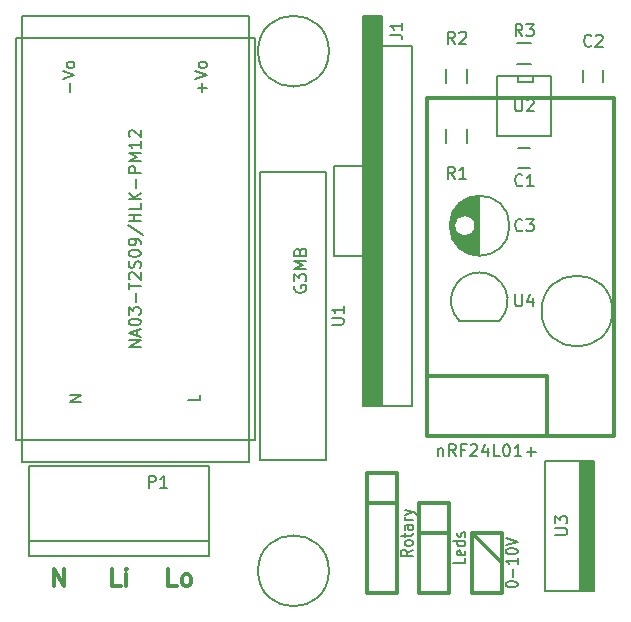
<source format=gto>
G04 #@! TF.FileFunction,Legend,Top*
%FSLAX46Y46*%
G04 Gerber Fmt 4.6, Leading zero omitted, Abs format (unit mm)*
G04 Created by KiCad (PCBNEW 4.0.2-stable) date 8-9-2016 20:36:08*
%MOMM*%
G01*
G04 APERTURE LIST*
%ADD10C,0.100000*%
%ADD11C,0.300000*%
%ADD12C,0.150000*%
%ADD13C,0.304800*%
%ADD14C,0.200000*%
%ADD15C,0.203200*%
G04 APERTURE END LIST*
D10*
D11*
X138120715Y-125803571D02*
X137406429Y-125803571D01*
X137406429Y-124303571D01*
X138835001Y-125803571D02*
X138692143Y-125732143D01*
X138620715Y-125660714D01*
X138549286Y-125517857D01*
X138549286Y-125089286D01*
X138620715Y-124946429D01*
X138692143Y-124875000D01*
X138835001Y-124803571D01*
X139049286Y-124803571D01*
X139192143Y-124875000D01*
X139263572Y-124946429D01*
X139335001Y-125089286D01*
X139335001Y-125517857D01*
X139263572Y-125660714D01*
X139192143Y-125732143D01*
X139049286Y-125803571D01*
X138835001Y-125803571D01*
X133362143Y-125803571D02*
X132647857Y-125803571D01*
X132647857Y-124303571D01*
X133862143Y-125803571D02*
X133862143Y-124803571D01*
X133862143Y-124303571D02*
X133790714Y-124375000D01*
X133862143Y-124446429D01*
X133933571Y-124375000D01*
X133862143Y-124303571D01*
X133862143Y-124446429D01*
X127746429Y-125803571D02*
X127746429Y-124303571D01*
X128603572Y-125803571D01*
X128603572Y-124303571D01*
D12*
X172255000Y-115180000D02*
X172255000Y-126180000D01*
X172355000Y-115180000D02*
X172355000Y-126180000D01*
X172455000Y-115180000D02*
X172455000Y-126180000D01*
X172555000Y-115180000D02*
X172555000Y-126180000D01*
X172655000Y-115180000D02*
X172655000Y-126180000D01*
X172755000Y-115180000D02*
X172755000Y-126180000D01*
X172855000Y-115180000D02*
X172855000Y-126180000D01*
X173355000Y-115180000D02*
X173355000Y-126180000D01*
X173255000Y-115180000D02*
X173255000Y-126180000D01*
X173155000Y-126180000D02*
X173155000Y-115180000D01*
X173055000Y-115180000D02*
X173055000Y-126180000D01*
X172955000Y-115180000D02*
X172955000Y-126180000D01*
X173455000Y-126180000D02*
X173455000Y-115180000D01*
X169255000Y-115180000D02*
X173455000Y-115180000D01*
X169255000Y-115180000D02*
X169255000Y-126180000D01*
X169255000Y-126180000D02*
X173455000Y-126180000D01*
X162035000Y-103330000D02*
X165435000Y-103330000D01*
X162037944Y-103327056D02*
G75*
G02X163735000Y-99230000I1697056J1697056D01*
G01*
X165432056Y-103327056D02*
G75*
G03X163735000Y-99230000I-1697056J1697056D01*
G01*
X175000000Y-102500000D02*
G75*
G03X175000000Y-102500000I-3000000J0D01*
G01*
X151000000Y-124500000D02*
G75*
G03X151000000Y-124500000I-3000000J0D01*
G01*
X151000000Y-80500000D02*
G75*
G03X151000000Y-80500000I-3000000J0D01*
G01*
X168045000Y-88715000D02*
X167045000Y-88715000D01*
X167045000Y-90415000D02*
X168045000Y-90415000D01*
X125635000Y-123220000D02*
X125635000Y-115600000D01*
X140875000Y-123220000D02*
X140875000Y-115600000D01*
X125635000Y-121950000D02*
X140875000Y-121950000D01*
X125635000Y-115600000D02*
X140875000Y-115600000D01*
X125635000Y-123220000D02*
X140875000Y-123220000D01*
D13*
X158655000Y-121315000D02*
X161195000Y-121315000D01*
X161195000Y-118775000D02*
X161195000Y-126395000D01*
X161195000Y-126395000D02*
X158655000Y-126395000D01*
X158655000Y-126395000D02*
X158655000Y-118775000D01*
X158655000Y-118775000D02*
X161195000Y-118775000D01*
X156750000Y-118775000D02*
X154210000Y-118775000D01*
X154210000Y-126395000D02*
X154210000Y-116235000D01*
X156750000Y-116235000D02*
X156750000Y-126395000D01*
X154210000Y-116235000D02*
X156750000Y-116235000D01*
X156750000Y-126395000D02*
X154210000Y-126395000D01*
X163100000Y-121315000D02*
X165640000Y-123855000D01*
X163100000Y-126395000D02*
X163100000Y-121315000D01*
X165640000Y-121315000D02*
X165640000Y-126395000D01*
X163100000Y-121315000D02*
X165640000Y-121315000D01*
X165640000Y-126395000D02*
X163100000Y-126395000D01*
D12*
X160955000Y-88260000D02*
X160955000Y-87060000D01*
X162705000Y-87060000D02*
X162705000Y-88260000D01*
X160955000Y-83180000D02*
X160955000Y-81980000D01*
X162705000Y-81980000D02*
X162705000Y-83180000D01*
X166945000Y-79800000D02*
X168145000Y-79800000D01*
X168145000Y-81550000D02*
X166945000Y-81550000D01*
X169831000Y-82580000D02*
X169831000Y-87660000D01*
X169831000Y-87660000D02*
X165259000Y-87660000D01*
X165259000Y-87660000D02*
X165259000Y-82580000D01*
X165259000Y-82580000D02*
X169831000Y-82580000D01*
X168307000Y-82580000D02*
X168307000Y-83088000D01*
X168307000Y-83088000D02*
X167037000Y-83088000D01*
X167037000Y-83088000D02*
X167037000Y-82580000D01*
X145193000Y-90708000D02*
X145193000Y-115092000D01*
X145193000Y-115092000D02*
X150781000Y-115092000D01*
X150781000Y-115092000D02*
X150781000Y-90708000D01*
X150781000Y-90708000D02*
X145193000Y-90708000D01*
X172537000Y-82080000D02*
X172537000Y-83080000D01*
X174237000Y-83080000D02*
X174237000Y-82080000D01*
X124500000Y-113400000D02*
X124500000Y-79400000D01*
X124500000Y-79400000D02*
X144700000Y-79400000D01*
X144700000Y-113400000D02*
X144700000Y-79400000D01*
X124500000Y-113400000D02*
X144700000Y-113400000D01*
X125000000Y-115300000D02*
X125000000Y-77500000D01*
X125000000Y-77500000D02*
X144200000Y-77500000D01*
X144200000Y-77500000D02*
X144200000Y-115300000D01*
X144200000Y-115300000D02*
X125000000Y-115300000D01*
X163680000Y-97779000D02*
X163680000Y-92781000D01*
X163540000Y-97771000D02*
X163540000Y-92789000D01*
X163400000Y-97755000D02*
X163400000Y-95375000D01*
X163400000Y-95185000D02*
X163400000Y-92805000D01*
X163260000Y-97731000D02*
X163260000Y-95770000D01*
X163260000Y-94790000D02*
X163260000Y-92829000D01*
X163120000Y-97698000D02*
X163120000Y-95937000D01*
X163120000Y-94623000D02*
X163120000Y-92862000D01*
X162980000Y-97657000D02*
X162980000Y-96044000D01*
X162980000Y-94516000D02*
X162980000Y-92903000D01*
X162840000Y-97607000D02*
X162840000Y-96115000D01*
X162840000Y-94445000D02*
X162840000Y-92953000D01*
X162700000Y-97546000D02*
X162700000Y-96159000D01*
X162700000Y-94401000D02*
X162700000Y-93014000D01*
X162560000Y-97476000D02*
X162560000Y-96178000D01*
X162560000Y-94382000D02*
X162560000Y-93084000D01*
X162420000Y-97394000D02*
X162420000Y-96176000D01*
X162420000Y-94384000D02*
X162420000Y-93166000D01*
X162280000Y-97299000D02*
X162280000Y-96151000D01*
X162280000Y-94409000D02*
X162280000Y-93261000D01*
X162140000Y-97188000D02*
X162140000Y-96103000D01*
X162140000Y-94457000D02*
X162140000Y-93372000D01*
X162000000Y-97060000D02*
X162000000Y-96025000D01*
X162000000Y-94535000D02*
X162000000Y-93500000D01*
X161860000Y-96911000D02*
X161860000Y-95908000D01*
X161860000Y-94652000D02*
X161860000Y-93649000D01*
X161720000Y-96732000D02*
X161720000Y-95720000D01*
X161720000Y-94840000D02*
X161720000Y-93828000D01*
X161580000Y-96513000D02*
X161580000Y-94047000D01*
X161440000Y-96224000D02*
X161440000Y-94336000D01*
X161300000Y-95752000D02*
X161300000Y-94808000D01*
X163405000Y-95280000D02*
G75*
G03X163405000Y-95280000I-900000J0D01*
G01*
X166292500Y-95280000D02*
G75*
G03X166292500Y-95280000I-2537500J0D01*
G01*
D13*
X169450000Y-113060000D02*
X175165000Y-113060000D01*
X175165000Y-113060000D02*
X175165000Y-84485000D01*
X175165000Y-84485000D02*
X159290000Y-84485000D01*
X159290000Y-84485000D02*
X159290000Y-107980000D01*
X159290000Y-107980000D02*
X169450000Y-107980000D01*
X169450000Y-107980000D02*
X169450000Y-113060000D01*
X169450000Y-113060000D02*
X159290000Y-113060000D01*
X159290000Y-113060000D02*
X159290000Y-107980000D01*
D14*
X153900000Y-97820000D02*
X151400000Y-97820000D01*
X151400000Y-97820000D02*
X151400000Y-90200000D01*
X153900000Y-90200000D02*
X151400000Y-90200000D01*
X155350000Y-110520000D02*
X155350000Y-77500000D01*
X155250000Y-110520000D02*
X155250000Y-77500000D01*
X155100000Y-110520000D02*
X155100000Y-77500000D01*
X154950000Y-110520000D02*
X154950000Y-77500000D01*
X154800000Y-110520000D02*
X154800000Y-77500000D01*
X154650000Y-110520000D02*
X154650000Y-77500000D01*
X154500000Y-110520000D02*
X154500000Y-77500000D01*
X154350000Y-110520000D02*
X154350000Y-77500000D01*
X154200000Y-110520000D02*
X154200000Y-77500000D01*
X154050000Y-110520000D02*
X154050000Y-77500000D01*
X153900000Y-110520000D02*
X153900000Y-77500000D01*
X158000000Y-110520000D02*
X153900000Y-110520000D01*
X158000000Y-80040000D02*
X155500000Y-80040000D01*
X155500000Y-77500000D02*
X153900000Y-77500000D01*
X155500000Y-110520000D02*
X155500000Y-77500000D01*
X158000000Y-80040000D02*
X158000000Y-110520000D01*
D12*
X170172381Y-121441905D02*
X170981905Y-121441905D01*
X171077143Y-121394286D01*
X171124762Y-121346667D01*
X171172381Y-121251429D01*
X171172381Y-121060952D01*
X171124762Y-120965714D01*
X171077143Y-120918095D01*
X170981905Y-120870476D01*
X170172381Y-120870476D01*
X170172381Y-120489524D02*
X170172381Y-119870476D01*
X170553333Y-120203810D01*
X170553333Y-120060952D01*
X170600952Y-119965714D01*
X170648571Y-119918095D01*
X170743810Y-119870476D01*
X170981905Y-119870476D01*
X171077143Y-119918095D01*
X171124762Y-119965714D01*
X171172381Y-120060952D01*
X171172381Y-120346667D01*
X171124762Y-120441905D01*
X171077143Y-120489524D01*
X166783095Y-101082381D02*
X166783095Y-101891905D01*
X166830714Y-101987143D01*
X166878333Y-102034762D01*
X166973571Y-102082381D01*
X167164048Y-102082381D01*
X167259286Y-102034762D01*
X167306905Y-101987143D01*
X167354524Y-101891905D01*
X167354524Y-101082381D01*
X168259286Y-101415714D02*
X168259286Y-102082381D01*
X168021190Y-101034762D02*
X167783095Y-101749048D01*
X168402143Y-101749048D01*
X167378334Y-91827143D02*
X167330715Y-91874762D01*
X167187858Y-91922381D01*
X167092620Y-91922381D01*
X166949762Y-91874762D01*
X166854524Y-91779524D01*
X166806905Y-91684286D01*
X166759286Y-91493810D01*
X166759286Y-91350952D01*
X166806905Y-91160476D01*
X166854524Y-91065238D01*
X166949762Y-90970000D01*
X167092620Y-90922381D01*
X167187858Y-90922381D01*
X167330715Y-90970000D01*
X167378334Y-91017619D01*
X168330715Y-91922381D02*
X167759286Y-91922381D01*
X168045000Y-91922381D02*
X168045000Y-90922381D01*
X167949762Y-91065238D01*
X167854524Y-91160476D01*
X167759286Y-91208095D01*
X135761905Y-117452381D02*
X135761905Y-116452381D01*
X136142858Y-116452381D01*
X136238096Y-116500000D01*
X136285715Y-116547619D01*
X136333334Y-116642857D01*
X136333334Y-116785714D01*
X136285715Y-116880952D01*
X136238096Y-116928571D01*
X136142858Y-116976190D01*
X135761905Y-116976190D01*
X137285715Y-117452381D02*
X136714286Y-117452381D01*
X137000000Y-117452381D02*
X137000000Y-116452381D01*
X136904762Y-116595238D01*
X136809524Y-116690476D01*
X136714286Y-116738095D01*
D15*
X162543619Y-123452833D02*
X162543619Y-123876166D01*
X161527619Y-123876166D01*
X162495238Y-122817833D02*
X162543619Y-122902499D01*
X162543619Y-123071833D01*
X162495238Y-123156499D01*
X162398476Y-123198833D01*
X162011429Y-123198833D01*
X161914667Y-123156499D01*
X161866286Y-123071833D01*
X161866286Y-122902499D01*
X161914667Y-122817833D01*
X162011429Y-122775499D01*
X162108190Y-122775499D01*
X162204952Y-123198833D01*
X162543619Y-122013499D02*
X161527619Y-122013499D01*
X162495238Y-122013499D02*
X162543619Y-122098166D01*
X162543619Y-122267499D01*
X162495238Y-122352166D01*
X162446857Y-122394499D01*
X162350095Y-122436833D01*
X162059810Y-122436833D01*
X161963048Y-122394499D01*
X161914667Y-122352166D01*
X161866286Y-122267499D01*
X161866286Y-122098166D01*
X161914667Y-122013499D01*
X162495238Y-121632500D02*
X162543619Y-121547833D01*
X162543619Y-121378500D01*
X162495238Y-121293833D01*
X162398476Y-121251500D01*
X162350095Y-121251500D01*
X162253333Y-121293833D01*
X162204952Y-121378500D01*
X162204952Y-121505500D01*
X162156571Y-121590166D01*
X162059810Y-121632500D01*
X162011429Y-121632500D01*
X161914667Y-121590166D01*
X161866286Y-121505500D01*
X161866286Y-121378500D01*
X161914667Y-121293833D01*
X158098619Y-122711999D02*
X157614810Y-123008333D01*
X158098619Y-123219999D02*
X157082619Y-123219999D01*
X157082619Y-122881333D01*
X157131000Y-122796666D01*
X157179381Y-122754333D01*
X157276143Y-122711999D01*
X157421286Y-122711999D01*
X157518048Y-122754333D01*
X157566429Y-122796666D01*
X157614810Y-122881333D01*
X157614810Y-123219999D01*
X158098619Y-122203999D02*
X158050238Y-122288666D01*
X158001857Y-122330999D01*
X157905095Y-122373333D01*
X157614810Y-122373333D01*
X157518048Y-122330999D01*
X157469667Y-122288666D01*
X157421286Y-122203999D01*
X157421286Y-122076999D01*
X157469667Y-121992333D01*
X157518048Y-121949999D01*
X157614810Y-121907666D01*
X157905095Y-121907666D01*
X158001857Y-121949999D01*
X158050238Y-121992333D01*
X158098619Y-122076999D01*
X158098619Y-122203999D01*
X157421286Y-121653666D02*
X157421286Y-121315000D01*
X157082619Y-121526666D02*
X157953476Y-121526666D01*
X158050238Y-121484333D01*
X158098619Y-121399666D01*
X158098619Y-121315000D01*
X158098619Y-120637666D02*
X157566429Y-120637666D01*
X157469667Y-120680000D01*
X157421286Y-120764666D01*
X157421286Y-120934000D01*
X157469667Y-121018666D01*
X158050238Y-120637666D02*
X158098619Y-120722333D01*
X158098619Y-120934000D01*
X158050238Y-121018666D01*
X157953476Y-121061000D01*
X157856714Y-121061000D01*
X157759952Y-121018666D01*
X157711571Y-120934000D01*
X157711571Y-120722333D01*
X157663190Y-120637666D01*
X158098619Y-120214333D02*
X157421286Y-120214333D01*
X157614810Y-120214333D02*
X157518048Y-120172000D01*
X157469667Y-120129667D01*
X157421286Y-120045000D01*
X157421286Y-119960333D01*
X157421286Y-119748667D02*
X158098619Y-119537000D01*
X157421286Y-119325334D02*
X158098619Y-119537000D01*
X158340524Y-119621667D01*
X158388905Y-119664000D01*
X158437286Y-119748667D01*
X165972619Y-125675334D02*
X165972619Y-125590667D01*
X166021000Y-125506001D01*
X166069381Y-125463667D01*
X166166143Y-125421334D01*
X166359667Y-125379001D01*
X166601571Y-125379001D01*
X166795095Y-125421334D01*
X166891857Y-125463667D01*
X166940238Y-125506001D01*
X166988619Y-125590667D01*
X166988619Y-125675334D01*
X166940238Y-125760001D01*
X166891857Y-125802334D01*
X166795095Y-125844667D01*
X166601571Y-125887001D01*
X166359667Y-125887001D01*
X166166143Y-125844667D01*
X166069381Y-125802334D01*
X166021000Y-125760001D01*
X165972619Y-125675334D01*
X166601571Y-124998000D02*
X166601571Y-124320667D01*
X166988619Y-123431667D02*
X166988619Y-123939667D01*
X166988619Y-123685667D02*
X165972619Y-123685667D01*
X166117762Y-123770333D01*
X166214524Y-123855000D01*
X166262905Y-123939667D01*
X165972619Y-122881333D02*
X165972619Y-122796666D01*
X166021000Y-122712000D01*
X166069381Y-122669666D01*
X166166143Y-122627333D01*
X166359667Y-122585000D01*
X166601571Y-122585000D01*
X166795095Y-122627333D01*
X166891857Y-122669666D01*
X166940238Y-122712000D01*
X166988619Y-122796666D01*
X166988619Y-122881333D01*
X166940238Y-122966000D01*
X166891857Y-123008333D01*
X166795095Y-123050666D01*
X166601571Y-123093000D01*
X166359667Y-123093000D01*
X166166143Y-123050666D01*
X166069381Y-123008333D01*
X166021000Y-122966000D01*
X165972619Y-122881333D01*
X165972619Y-122330999D02*
X166988619Y-122034666D01*
X165972619Y-121738333D01*
D12*
X161663334Y-91287381D02*
X161330000Y-90811190D01*
X161091905Y-91287381D02*
X161091905Y-90287381D01*
X161472858Y-90287381D01*
X161568096Y-90335000D01*
X161615715Y-90382619D01*
X161663334Y-90477857D01*
X161663334Y-90620714D01*
X161615715Y-90715952D01*
X161568096Y-90763571D01*
X161472858Y-90811190D01*
X161091905Y-90811190D01*
X162615715Y-91287381D02*
X162044286Y-91287381D01*
X162330000Y-91287381D02*
X162330000Y-90287381D01*
X162234762Y-90430238D01*
X162139524Y-90525476D01*
X162044286Y-90573095D01*
X161663334Y-79857381D02*
X161330000Y-79381190D01*
X161091905Y-79857381D02*
X161091905Y-78857381D01*
X161472858Y-78857381D01*
X161568096Y-78905000D01*
X161615715Y-78952619D01*
X161663334Y-79047857D01*
X161663334Y-79190714D01*
X161615715Y-79285952D01*
X161568096Y-79333571D01*
X161472858Y-79381190D01*
X161091905Y-79381190D01*
X162044286Y-78952619D02*
X162091905Y-78905000D01*
X162187143Y-78857381D01*
X162425239Y-78857381D01*
X162520477Y-78905000D01*
X162568096Y-78952619D01*
X162615715Y-79047857D01*
X162615715Y-79143095D01*
X162568096Y-79285952D01*
X161996667Y-79857381D01*
X162615715Y-79857381D01*
X167378334Y-79222381D02*
X167045000Y-78746190D01*
X166806905Y-79222381D02*
X166806905Y-78222381D01*
X167187858Y-78222381D01*
X167283096Y-78270000D01*
X167330715Y-78317619D01*
X167378334Y-78412857D01*
X167378334Y-78555714D01*
X167330715Y-78650952D01*
X167283096Y-78698571D01*
X167187858Y-78746190D01*
X166806905Y-78746190D01*
X167711667Y-78222381D02*
X168330715Y-78222381D01*
X167997381Y-78603333D01*
X168140239Y-78603333D01*
X168235477Y-78650952D01*
X168283096Y-78698571D01*
X168330715Y-78793810D01*
X168330715Y-79031905D01*
X168283096Y-79127143D01*
X168235477Y-79174762D01*
X168140239Y-79222381D01*
X167854524Y-79222381D01*
X167759286Y-79174762D01*
X167711667Y-79127143D01*
X166783095Y-84572381D02*
X166783095Y-85381905D01*
X166830714Y-85477143D01*
X166878333Y-85524762D01*
X166973571Y-85572381D01*
X167164048Y-85572381D01*
X167259286Y-85524762D01*
X167306905Y-85477143D01*
X167354524Y-85381905D01*
X167354524Y-84572381D01*
X167783095Y-84667619D02*
X167830714Y-84620000D01*
X167925952Y-84572381D01*
X168164048Y-84572381D01*
X168259286Y-84620000D01*
X168306905Y-84667619D01*
X168354524Y-84762857D01*
X168354524Y-84858095D01*
X168306905Y-85000952D01*
X167735476Y-85572381D01*
X168354524Y-85572381D01*
X151249381Y-103661905D02*
X152058905Y-103661905D01*
X152154143Y-103614286D01*
X152201762Y-103566667D01*
X152249381Y-103471429D01*
X152249381Y-103280952D01*
X152201762Y-103185714D01*
X152154143Y-103138095D01*
X152058905Y-103090476D01*
X151249381Y-103090476D01*
X152249381Y-102090476D02*
X152249381Y-102661905D01*
X152249381Y-102376191D02*
X151249381Y-102376191D01*
X151392238Y-102471429D01*
X151487476Y-102566667D01*
X151535095Y-102661905D01*
X148122000Y-100375714D02*
X148074381Y-100470952D01*
X148074381Y-100613809D01*
X148122000Y-100756667D01*
X148217238Y-100851905D01*
X148312476Y-100899524D01*
X148502952Y-100947143D01*
X148645810Y-100947143D01*
X148836286Y-100899524D01*
X148931524Y-100851905D01*
X149026762Y-100756667D01*
X149074381Y-100613809D01*
X149074381Y-100518571D01*
X149026762Y-100375714D01*
X148979143Y-100328095D01*
X148645810Y-100328095D01*
X148645810Y-100518571D01*
X148074381Y-99994762D02*
X148074381Y-99375714D01*
X148455333Y-99709048D01*
X148455333Y-99566190D01*
X148502952Y-99470952D01*
X148550571Y-99423333D01*
X148645810Y-99375714D01*
X148883905Y-99375714D01*
X148979143Y-99423333D01*
X149026762Y-99470952D01*
X149074381Y-99566190D01*
X149074381Y-99851905D01*
X149026762Y-99947143D01*
X148979143Y-99994762D01*
X149074381Y-98947143D02*
X148074381Y-98947143D01*
X148788667Y-98613809D01*
X148074381Y-98280476D01*
X149074381Y-98280476D01*
X148550571Y-97470952D02*
X148598190Y-97328095D01*
X148645810Y-97280476D01*
X148741048Y-97232857D01*
X148883905Y-97232857D01*
X148979143Y-97280476D01*
X149026762Y-97328095D01*
X149074381Y-97423333D01*
X149074381Y-97804286D01*
X148074381Y-97804286D01*
X148074381Y-97470952D01*
X148122000Y-97375714D01*
X148169619Y-97328095D01*
X148264857Y-97280476D01*
X148360095Y-97280476D01*
X148455333Y-97328095D01*
X148502952Y-97375714D01*
X148550571Y-97470952D01*
X148550571Y-97804286D01*
X173220334Y-80016143D02*
X173172715Y-80063762D01*
X173029858Y-80111381D01*
X172934620Y-80111381D01*
X172791762Y-80063762D01*
X172696524Y-79968524D01*
X172648905Y-79873286D01*
X172601286Y-79682810D01*
X172601286Y-79539952D01*
X172648905Y-79349476D01*
X172696524Y-79254238D01*
X172791762Y-79159000D01*
X172934620Y-79111381D01*
X173029858Y-79111381D01*
X173172715Y-79159000D01*
X173220334Y-79206619D01*
X173601286Y-79206619D02*
X173648905Y-79159000D01*
X173744143Y-79111381D01*
X173982239Y-79111381D01*
X174077477Y-79159000D01*
X174125096Y-79206619D01*
X174172715Y-79301857D01*
X174172715Y-79397095D01*
X174125096Y-79539952D01*
X173553667Y-80111381D01*
X174172715Y-80111381D01*
X135052381Y-105566667D02*
X134052381Y-105566667D01*
X135052381Y-104995238D01*
X134052381Y-104995238D01*
X134766667Y-104566667D02*
X134766667Y-104090476D01*
X135052381Y-104661905D02*
X134052381Y-104328572D01*
X135052381Y-103995238D01*
X134052381Y-103471429D02*
X134052381Y-103376190D01*
X134100000Y-103280952D01*
X134147619Y-103233333D01*
X134242857Y-103185714D01*
X134433333Y-103138095D01*
X134671429Y-103138095D01*
X134861905Y-103185714D01*
X134957143Y-103233333D01*
X135004762Y-103280952D01*
X135052381Y-103376190D01*
X135052381Y-103471429D01*
X135004762Y-103566667D01*
X134957143Y-103614286D01*
X134861905Y-103661905D01*
X134671429Y-103709524D01*
X134433333Y-103709524D01*
X134242857Y-103661905D01*
X134147619Y-103614286D01*
X134100000Y-103566667D01*
X134052381Y-103471429D01*
X134052381Y-102804762D02*
X134052381Y-102185714D01*
X134433333Y-102519048D01*
X134433333Y-102376190D01*
X134480952Y-102280952D01*
X134528571Y-102233333D01*
X134623810Y-102185714D01*
X134861905Y-102185714D01*
X134957143Y-102233333D01*
X135004762Y-102280952D01*
X135052381Y-102376190D01*
X135052381Y-102661905D01*
X135004762Y-102757143D01*
X134957143Y-102804762D01*
X134671429Y-101757143D02*
X134671429Y-100995238D01*
X134052381Y-100661905D02*
X134052381Y-100090476D01*
X135052381Y-100376191D02*
X134052381Y-100376191D01*
X134147619Y-99804762D02*
X134100000Y-99757143D01*
X134052381Y-99661905D01*
X134052381Y-99423809D01*
X134100000Y-99328571D01*
X134147619Y-99280952D01*
X134242857Y-99233333D01*
X134338095Y-99233333D01*
X134480952Y-99280952D01*
X135052381Y-99852381D01*
X135052381Y-99233333D01*
X135004762Y-98852381D02*
X135052381Y-98709524D01*
X135052381Y-98471428D01*
X135004762Y-98376190D01*
X134957143Y-98328571D01*
X134861905Y-98280952D01*
X134766667Y-98280952D01*
X134671429Y-98328571D01*
X134623810Y-98376190D01*
X134576190Y-98471428D01*
X134528571Y-98661905D01*
X134480952Y-98757143D01*
X134433333Y-98804762D01*
X134338095Y-98852381D01*
X134242857Y-98852381D01*
X134147619Y-98804762D01*
X134100000Y-98757143D01*
X134052381Y-98661905D01*
X134052381Y-98423809D01*
X134100000Y-98280952D01*
X134052381Y-97661905D02*
X134052381Y-97566666D01*
X134100000Y-97471428D01*
X134147619Y-97423809D01*
X134242857Y-97376190D01*
X134433333Y-97328571D01*
X134671429Y-97328571D01*
X134861905Y-97376190D01*
X134957143Y-97423809D01*
X135004762Y-97471428D01*
X135052381Y-97566666D01*
X135052381Y-97661905D01*
X135004762Y-97757143D01*
X134957143Y-97804762D01*
X134861905Y-97852381D01*
X134671429Y-97900000D01*
X134433333Y-97900000D01*
X134242857Y-97852381D01*
X134147619Y-97804762D01*
X134100000Y-97757143D01*
X134052381Y-97661905D01*
X135052381Y-96852381D02*
X135052381Y-96661905D01*
X135004762Y-96566666D01*
X134957143Y-96519047D01*
X134814286Y-96423809D01*
X134623810Y-96376190D01*
X134242857Y-96376190D01*
X134147619Y-96423809D01*
X134100000Y-96471428D01*
X134052381Y-96566666D01*
X134052381Y-96757143D01*
X134100000Y-96852381D01*
X134147619Y-96900000D01*
X134242857Y-96947619D01*
X134480952Y-96947619D01*
X134576190Y-96900000D01*
X134623810Y-96852381D01*
X134671429Y-96757143D01*
X134671429Y-96566666D01*
X134623810Y-96471428D01*
X134576190Y-96423809D01*
X134480952Y-96376190D01*
X134004762Y-95233333D02*
X135290476Y-96090476D01*
X135052381Y-94900000D02*
X134052381Y-94900000D01*
X134528571Y-94900000D02*
X134528571Y-94328571D01*
X135052381Y-94328571D02*
X134052381Y-94328571D01*
X135052381Y-93376190D02*
X135052381Y-93852381D01*
X134052381Y-93852381D01*
X135052381Y-93042857D02*
X134052381Y-93042857D01*
X135052381Y-92471428D02*
X134480952Y-92900000D01*
X134052381Y-92471428D02*
X134623810Y-93042857D01*
X134671429Y-92042857D02*
X134671429Y-91280952D01*
X135052381Y-90804762D02*
X134052381Y-90804762D01*
X134052381Y-90423809D01*
X134100000Y-90328571D01*
X134147619Y-90280952D01*
X134242857Y-90233333D01*
X134385714Y-90233333D01*
X134480952Y-90280952D01*
X134528571Y-90328571D01*
X134576190Y-90423809D01*
X134576190Y-90804762D01*
X135052381Y-89804762D02*
X134052381Y-89804762D01*
X134766667Y-89471428D01*
X134052381Y-89138095D01*
X135052381Y-89138095D01*
X135052381Y-88138095D02*
X135052381Y-88709524D01*
X135052381Y-88423810D02*
X134052381Y-88423810D01*
X134195238Y-88519048D01*
X134290476Y-88614286D01*
X134338095Y-88709524D01*
X134147619Y-87757143D02*
X134100000Y-87709524D01*
X134052381Y-87614286D01*
X134052381Y-87376190D01*
X134100000Y-87280952D01*
X134147619Y-87233333D01*
X134242857Y-87185714D01*
X134338095Y-87185714D01*
X134480952Y-87233333D01*
X135052381Y-87804762D01*
X135052381Y-87185714D01*
X129071429Y-83961905D02*
X129071429Y-83200000D01*
X128452381Y-82866667D02*
X129452381Y-82533334D01*
X128452381Y-82200000D01*
X129452381Y-81723810D02*
X129404762Y-81819048D01*
X129357143Y-81866667D01*
X129261905Y-81914286D01*
X128976190Y-81914286D01*
X128880952Y-81866667D01*
X128833333Y-81819048D01*
X128785714Y-81723810D01*
X128785714Y-81580952D01*
X128833333Y-81485714D01*
X128880952Y-81438095D01*
X128976190Y-81390476D01*
X129261905Y-81390476D01*
X129357143Y-81438095D01*
X129404762Y-81485714D01*
X129452381Y-81580952D01*
X129452381Y-81723810D01*
X140271429Y-83961905D02*
X140271429Y-83200000D01*
X140652381Y-83580952D02*
X139890476Y-83580952D01*
X139652381Y-82866667D02*
X140652381Y-82533334D01*
X139652381Y-82200000D01*
X140652381Y-81723810D02*
X140604762Y-81819048D01*
X140557143Y-81866667D01*
X140461905Y-81914286D01*
X140176190Y-81914286D01*
X140080952Y-81866667D01*
X140033333Y-81819048D01*
X139985714Y-81723810D01*
X139985714Y-81580952D01*
X140033333Y-81485714D01*
X140080952Y-81438095D01*
X140176190Y-81390476D01*
X140461905Y-81390476D01*
X140557143Y-81438095D01*
X140604762Y-81485714D01*
X140652381Y-81580952D01*
X140652381Y-81723810D01*
X140052381Y-109590476D02*
X140052381Y-110066667D01*
X139052381Y-110066667D01*
X130052381Y-110185714D02*
X129052381Y-110185714D01*
X130052381Y-109614285D01*
X129052381Y-109614285D01*
X167378334Y-95637143D02*
X167330715Y-95684762D01*
X167187858Y-95732381D01*
X167092620Y-95732381D01*
X166949762Y-95684762D01*
X166854524Y-95589524D01*
X166806905Y-95494286D01*
X166759286Y-95303810D01*
X166759286Y-95160952D01*
X166806905Y-94970476D01*
X166854524Y-94875238D01*
X166949762Y-94780000D01*
X167092620Y-94732381D01*
X167187858Y-94732381D01*
X167330715Y-94780000D01*
X167378334Y-94827619D01*
X167711667Y-94732381D02*
X168330715Y-94732381D01*
X167997381Y-95113333D01*
X168140239Y-95113333D01*
X168235477Y-95160952D01*
X168283096Y-95208571D01*
X168330715Y-95303810D01*
X168330715Y-95541905D01*
X168283096Y-95637143D01*
X168235477Y-95684762D01*
X168140239Y-95732381D01*
X167854524Y-95732381D01*
X167759286Y-95684762D01*
X167711667Y-95637143D01*
D15*
X160233429Y-114112286D02*
X160233429Y-114789619D01*
X160233429Y-114209048D02*
X160281810Y-114160667D01*
X160378572Y-114112286D01*
X160523714Y-114112286D01*
X160620476Y-114160667D01*
X160668857Y-114257429D01*
X160668857Y-114789619D01*
X161733238Y-114789619D02*
X161394572Y-114305810D01*
X161152667Y-114789619D02*
X161152667Y-113773619D01*
X161539714Y-113773619D01*
X161636476Y-113822000D01*
X161684857Y-113870381D01*
X161733238Y-113967143D01*
X161733238Y-114112286D01*
X161684857Y-114209048D01*
X161636476Y-114257429D01*
X161539714Y-114305810D01*
X161152667Y-114305810D01*
X162507333Y-114257429D02*
X162168667Y-114257429D01*
X162168667Y-114789619D02*
X162168667Y-113773619D01*
X162652476Y-113773619D01*
X162991143Y-113870381D02*
X163039524Y-113822000D01*
X163136286Y-113773619D01*
X163378190Y-113773619D01*
X163474952Y-113822000D01*
X163523333Y-113870381D01*
X163571714Y-113967143D01*
X163571714Y-114063905D01*
X163523333Y-114209048D01*
X162942762Y-114789619D01*
X163571714Y-114789619D01*
X164442571Y-114112286D02*
X164442571Y-114789619D01*
X164200667Y-113725238D02*
X163958762Y-114450952D01*
X164587714Y-114450952D01*
X165458571Y-114789619D02*
X164974762Y-114789619D01*
X164974762Y-113773619D01*
X165990762Y-113773619D02*
X166087523Y-113773619D01*
X166184285Y-113822000D01*
X166232666Y-113870381D01*
X166281047Y-113967143D01*
X166329428Y-114160667D01*
X166329428Y-114402571D01*
X166281047Y-114596095D01*
X166232666Y-114692857D01*
X166184285Y-114741238D01*
X166087523Y-114789619D01*
X165990762Y-114789619D01*
X165894000Y-114741238D01*
X165845619Y-114692857D01*
X165797238Y-114596095D01*
X165748857Y-114402571D01*
X165748857Y-114160667D01*
X165797238Y-113967143D01*
X165845619Y-113870381D01*
X165894000Y-113822000D01*
X165990762Y-113773619D01*
X167297047Y-114789619D02*
X166716476Y-114789619D01*
X167006762Y-114789619D02*
X167006762Y-113773619D01*
X166910000Y-113918762D01*
X166813238Y-114015524D01*
X166716476Y-114063905D01*
X167732476Y-114402571D02*
X168506571Y-114402571D01*
X168119523Y-114789619D02*
X168119523Y-114015524D01*
D12*
X156202381Y-79103333D02*
X156916667Y-79103333D01*
X157059524Y-79150953D01*
X157154762Y-79246191D01*
X157202381Y-79389048D01*
X157202381Y-79484286D01*
X157202381Y-78103333D02*
X157202381Y-78674762D01*
X157202381Y-78389048D02*
X156202381Y-78389048D01*
X156345238Y-78484286D01*
X156440476Y-78579524D01*
X156488095Y-78674762D01*
M02*

</source>
